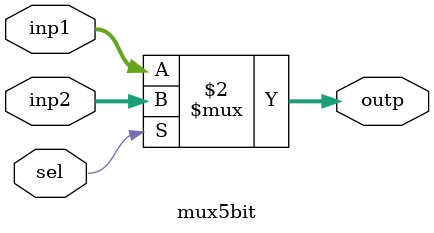
<source format=v>
`timescale 1ns / 1ps
module mux5bit(input [4:0] inp1, input [4:0] inp2, input sel, output [4:0] outp
    );
assign outp = (sel==1'b0) ? inp1 : inp2;

endmodule

</source>
